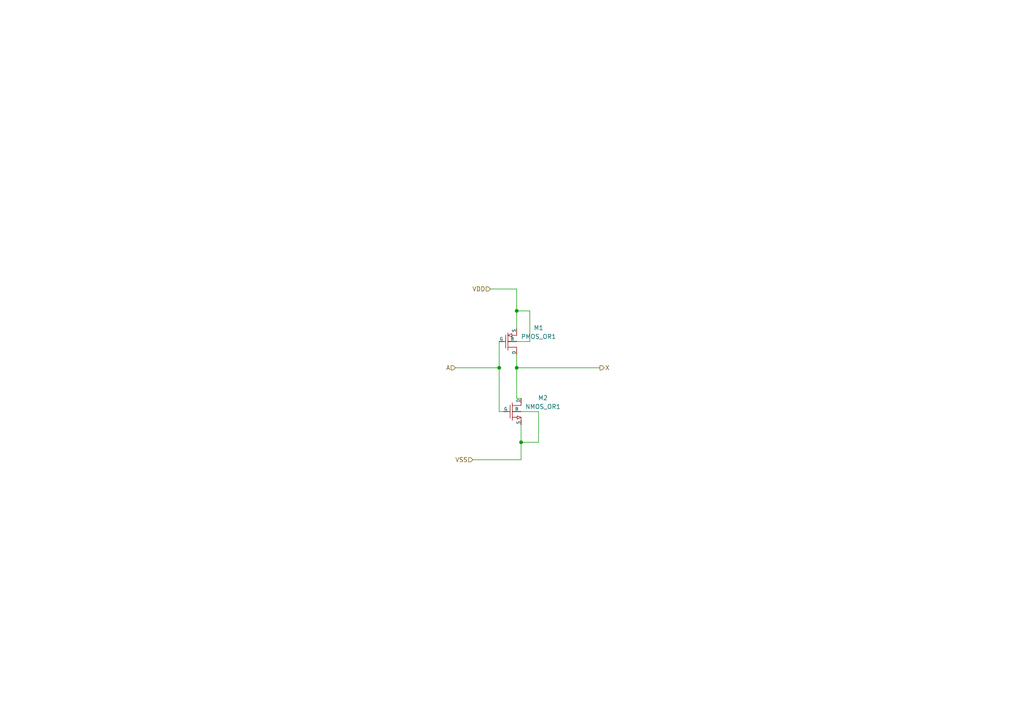
<source format=kicad_sch>
(kicad_sch (version 20230121) (generator eeschema)
  (paper "A4")
  (lib_symbols
    (symbol "OR1Symbols:NMOS_OR1" (pin_numbers hide) (pin_names (offset 0))
      (property "Reference" "M" (at 8.89 5.08 0))
      (property "Value" "NMOS_OR1" (at 8.89 2.54 0))
      (symbol "NMOS_OR1_0_1"
        (polyline (pts (xy 0 0) (xy 1.905 0)))
        (polyline (pts (xy 1.905 1.905) (xy 1.905 -1.905)))
        (polyline (pts (xy 2.54 -2.54) (xy 2.54 2.54)))
        (polyline (pts (xy 2.54 -1.651) (xy 3.937 -1.651)))
        (polyline (pts (xy 2.54 0) (xy 5.08 0)))
        (polyline (pts (xy 2.54 1.778) (xy 5.08 1.778)))
        (polyline (pts (xy 3.937 -2.159) (xy 3.937 -1.27)))
        (polyline (pts (xy 3.937 -1.27) (xy 5.08 -1.651)))
        (polyline (pts (xy 5.08 -1.651) (xy 3.937 -2.159)))
        (polyline (pts (xy 5.08 -1.651) (xy 5.08 -3.81)))
        (polyline (pts (xy 5.08 1.778) (xy 5.08 3.81)))
      )
      (symbol "NMOS_OR1_1_1"
        (pin passive line (at 5.08 3.81 270) (length 1.27) (name "D") (number "1"))
        (pin passive line (at 0 0 0) (length 1.27) (name "G") (number "2"))
        (pin passive line (at 5.08 -3.81 90) (length 1.27) (name "S") (number "3"))
        (pin passive line (at 5.08 0 180) (length 2.54) (name "B") (number "4"))
      )
    )
    (symbol "OR1Symbols:PMOS_OR1" (pin_numbers hide) (pin_names (offset 0))
      (property "Reference" "M" (at 8.89 5.08 0))
      (property "Value" "PMOS_OR1" (at 8.89 2.54 0))
      (symbol "PMOS_OR1_0_1"
        (polyline (pts (xy 0 0) (xy 1.905 0)))
        (polyline (pts (xy 1.905 1.905) (xy 1.905 -1.905)))
        (polyline (pts (xy 2.54 -2.54) (xy 2.54 2.54)))
        (polyline (pts (xy 2.54 -1.651) (xy 5.08 -1.651)))
        (polyline (pts (xy 2.54 0) (xy 5.08 0)))
        (polyline (pts (xy 2.54 1.778) (xy 3.683 2.286)))
        (polyline (pts (xy 3.683 1.397) (xy 2.54 1.778)))
        (polyline (pts (xy 3.683 1.397) (xy 3.683 2.286)))
        (polyline (pts (xy 3.683 1.778) (xy 5.08 1.778)))
        (polyline (pts (xy 5.08 -1.651) (xy 5.08 -3.81)))
        (polyline (pts (xy 5.08 1.778) (xy 5.08 3.81)))
      )
      (symbol "PMOS_OR1_1_1"
        (pin passive line (at 5.08 -3.81 90) (length 1.27) (name "D") (number "1"))
        (pin passive line (at 0 0 0) (length 1.27) (name "G") (number "2"))
        (pin passive line (at 5.08 3.81 270) (length 1.27) (name "S") (number "3"))
        (pin passive line (at 5.08 0 180) (length 2.54) (name "B") (number "4"))
      )
    )
  )
  (junction (at 149.86 106.68))
  (junction (at 144.78 106.68))
  (junction (at 149.86 90.17))
  (junction (at 151.13 128.27))
  (wire (pts (xy 153.67 99.06) (xy 153.67 90.17)))
  (wire (pts (xy 149.86 106.68) (xy 173.99 106.68)))
  (wire (pts (xy 149.86 99.06) (xy 153.67 99.06)))
  (wire (pts (xy 144.78 106.68) (xy 144.78 99.06)))
  (wire (pts (xy 132.08 106.68) (xy 144.78 106.68)))
  (wire (pts (xy 149.86 115.57) (xy 151.13 115.57)))
  (wire (pts (xy 149.86 90.17) (xy 149.86 95.25)))
  (wire (pts (xy 149.86 102.87) (xy 149.86 106.68)))
  (wire (pts (xy 151.13 119.38) (xy 156.21 119.38)))
  (wire (pts (xy 149.86 83.82) (xy 149.86 90.17)))
  (wire (pts (xy 151.13 133.35) (xy 137.16 133.35)))
  (wire (pts (xy 144.78 119.38) (xy 144.78 106.68)))
  (wire (pts (xy 142.24 83.82) (xy 149.86 83.82)))
  (wire (pts (xy 151.13 128.27) (xy 156.21 128.27)))
  (wire (pts (xy 149.86 106.68) (xy 149.86 115.57)))
  (wire (pts (xy 156.21 119.38) (xy 156.21 128.27)))
  (wire (pts (xy 146.05 119.38) (xy 144.78 119.38)))
  (wire (pts (xy 151.13 123.19) (xy 151.13 128.27)))
  (wire (pts (xy 149.86 90.17) (xy 153.67 90.17)))
  (wire (pts (xy 151.13 128.27) (xy 151.13 133.35)))
  (hierarchical_label "VSS" (shape input) (at 137.16 133.35 180))
  (hierarchical_label "X" (shape output) (at 173.99 106.68 0))
  (hierarchical_label "A" (shape input) (at 132.08 106.68 180))
  (hierarchical_label "VDD" (shape input) (at 142.24 83.82 180))
  (symbol (lib_id "OR1Symbols:NMOS_OR1") (at 146.05 119.38 0) (unit 1)
    (property "Reference" "M2" (at 157.48 115.4177 0))
    (property "Value" "NMOS_OR1" (at 157.48 117.9577 0))
    (property "Sim.Pins" "1=1 2=2 3=3 4=4" (effects hide))
    (property "Sim.Device" "SPICE" (effects hide))
    (property "Sim.Params" "type=\"M\" model=\"NMOS_OR1 l=1u w=2u\" lib=\"\"" (effects hide))
  )
  (symbol (lib_id "OR1Symbols:PMOS_OR1") (at 144.78 99.06 0) (unit 1)
    (property "Reference" "M1" (at 156.21 95.0977 0))
    (property "Value" "PMOS_OR1" (at 156.21 97.6377 0))
    (property "Sim.Pins" "1=1 2=2 3=3 4=4" (effects hide))
    (property "Sim.Device" "SPICE" (effects hide))
    (property "Sim.Params" "type=\"M\" model=\"PMOS_OR1 l=1u w=6u\" lib=\"\"" (effects hide))
  )
)
</source>
